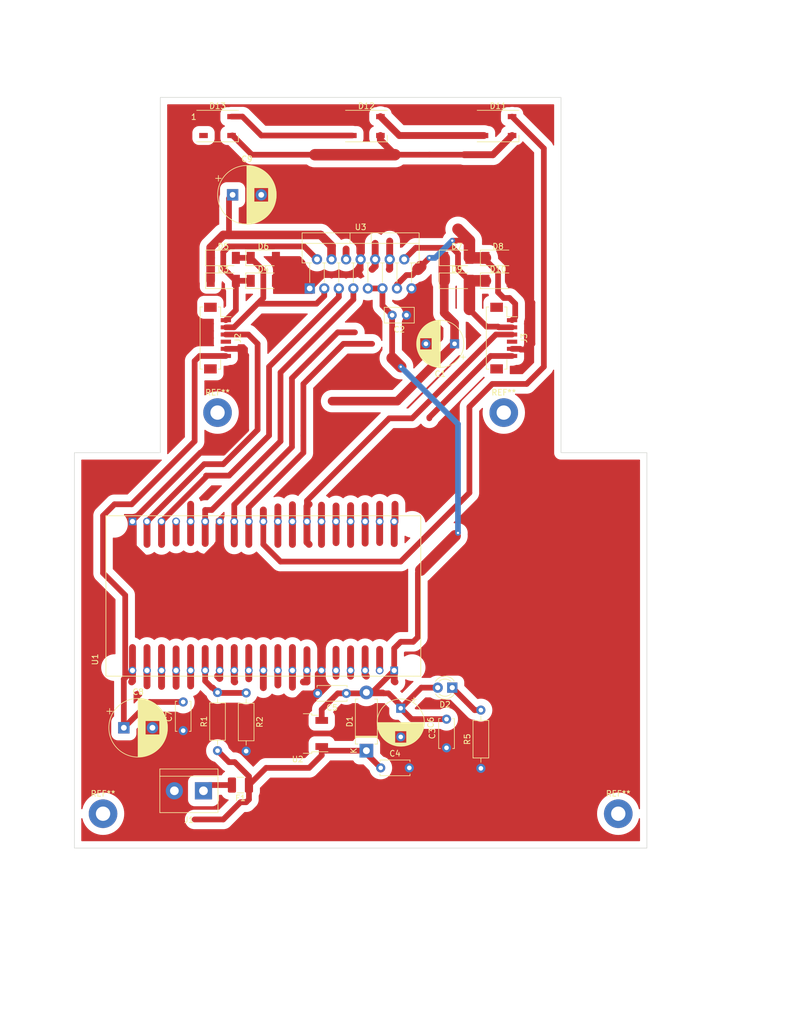
<source format=kicad_pcb>
(kicad_pcb (version 20211014) (generator pcbnew)
  (layers (0 "F.Cu" signal) (31 "B.Cu" signal) (34 "B.Paste" user) (35 "F.Paste" user) (36 "B.SilkS" user "B.Silkscreen") (37 "F.SilkS" user "F.Silkscreen") (38 "B.Mask" user) (39 "F.Mask" user) (44 "Edge.Cuts" user))
  (net 0 "")
  (net 1 "-BATT")
  (net 2 "Net-(D11-Pad2)")
  (net 3 "+5V")
  (net 4 "Net-(D12-Pad2)")
  (net 6 "unconnected-(U1-PadJ5_18)")
  (net 7 "unconnected-(U1-PadJ5_17)")
  (net 8 "unconnected-(U1-PadJ5_16)")
  (net 9 "unconnected-(U1-PadJ5_15)")
  (net 10 "unconnected-(U1-PadJ5_13)")
  (net 11 "unconnected-(U1-PadJ5_12)")
  (net 12 "unconnected-(U1-PadJ5_11)")
  (net 13 "unconnected-(U1-PadJ5_10)")
  (net 14 "unconnected-(U1-PadJ5_9)")
  (net 15 "unconnected-(U1-PadJ5_8)")
  (net 16 "unconnected-(U1-PadJ5_7)")
  (net 17 "unconnected-(U1-PadJ5_5)")
  (net 18 "unconnected-(U1-PadJ5_4)")
  (net 19 "unconnected-(U1-PadJ5_3)")
  (net 20 "unconnected-(U1-PadJ5_2)")
  (net 21 "unconnected-(U1-PadJ4_19)")
  (net 22 "unconnected-(U1-PadJ4_18)")
  (net 23 "unconnected-(U1-PadJ4_17)")
  (net 24 "unconnected-(U1-PadJ4_16)")
  (net 25 "unconnected-(U1-PadJ4_15)")
  (net 26 "unconnected-(U1-PadJ4_14)")
  (net 27 "unconnected-(U1-PadJ4_12)")
  (net 28 "unconnected-(U1-PadJ4_11)")
  (net 29 "unconnected-(U1-PadJ4_5)")
  (net 30 "unconnected-(U1-PadJ4_4)")
  (net 31 "+BATT")
  (net 32 "Net-(D2-Pad1)")
  (net 33 "/LED_OUT")
  (net 34 "Net-(F1-Pad2)")
  (net 35 "/ENCO_2")
  (net 37 "/ENCO_1")
  (net 39 "/BATT_VOLTAGE_DIVIDER")
  (net 40 "/motorController/M1_1")
  (net 41 "/motorController/M1_2")
  (net 42 "/motorController/M2_1")
  (net 43 "/motorController/M2_2")
  (net 44 "/PWM_M1_2")
  (net 45 "/PWM_M1_1")
  (net 46 "/PWM_M2_2")
  (net 47 "/PWM_M2_1")
  (net 48 "+3.3V")
  (footprint "footprints:MODULE_ESP32_NODEMCU" (layer "F.Cu") (at 75 119 90)
    (fp_text reference "U1" (at -11.075 -29.385 90) (layer "F.SilkS"))
    (fp_text value "ESP32_NODEMCU")
    (pad "" np_thru_hole circle locked (at 12.5 -26 90) (size 2.25 2.25) (drill 2.25) (layers *.Cu *.Mask))
    (pad "" np_thru_hole circle locked (at -12.5 -26 90) (size 2.25 2.25) (drill 2.25) (layers *.Cu *.Mask))
    (pad "" np_thru_hole circle locked (at 12.5 26 90) (size 2.25 2.25) (drill 2.25) (layers *.Cu *.Mask))
    (pad "" np_thru_hole circle locked (at -12.5 26 90) (size 2.25 2.25) (drill 2.25) (layers *.Cu *.Mask))
    (pad "J4_1" thru_hole rect locked (at 13 -22.86 90) (size 1.35 1.35) (drill 0.9) (layers *.Cu *.Mask) (net 1 "-BATT"))
    (pad "J4_2" thru_hole circle locked (at 13 -20.32 90) (size 1.35 1.35) (drill 0.9) (layers *.Cu *.Mask) (net 35 "/ENCO_2"))
    (pad "J4_3" thru_hole circle locked (at 13 -17.78 90) (size 1.35 1.35) (drill 0.9) (layers *.Cu *.Mask) (net 45 "/PWM_M1_1"))
    (pad "J4_4" thru_hole circle locked (at 13 -15.24 90) (size 1.35 1.35) (drill 0.9) (layers *.Cu *.Mask) (net 30 "unconnected-(U1-PadJ4_4)"))
    (pad "J4_5" thru_hole circle locked (at 13 -12.7 90) (size 1.35 1.35) (drill 0.9) (layers *.Cu *.Mask) (net 29 "unconnected-(U1-PadJ4_5)"))
    (pad "J4_6" thru_hole circle locked (at 13 -10.16 90) (size 1.35 1.35) (drill 0.9) (layers *.Cu *.Mask) (net 44 "/PWM_M1_2"))
    (pad "J4_7" thru_hole circle locked (at 13 -7.62 90) (size 1.35 1.35) (drill 0.9) (layers *.Cu *.Mask) (net 1 "-BATT"))
    (pad "J4_8" thru_hole circle locked (at 13 -5.08 90) (size 1.35 1.35) (drill 0.9) (layers *.Cu *.Mask) (net 47 "/PWM_M2_1"))
    (pad "J4_9" thru_hole circle locked (at 13 -2.54 90) (size 1.35 1.35) (drill 0.9) (layers *.Cu *.Mask) (net 46 "/PWM_M2_2"))
    (pad "J4_10" thru_hole circle locked (at 13 0 90) (size 1.35 1.35) (drill 0.9) (layers *.Cu *.Mask) (net 33 "/LED_OUT"))
    (pad "J4_11" thru_hole circle locked (at 13 2.54 90) (size 1.35 1.35) (drill 0.9) (layers *.Cu *.Mask) (net 28 "unconnected-(U1-PadJ4_11)"))
    (pad "J4_12" thru_hole circle locked (at 13 5.08 90) (size 1.35 1.35) (drill 0.9) (layers *.Cu *.Mask) (net 27 "unconnected-(U1-PadJ4_12)"))
    (pad "J4_13" thru_hole circle locked (at 13 7.62 90) (size 1.35 1.35) (drill 0.9) (layers *.Cu *.Mask) (net 37 "/ENCO_1"))
    (pad "J4_14" thru_hole circle locked (at 13 10.16 90) (size 1.35 1.35) (drill 0.9) (layers *.Cu *.Mask) (net 26 "unconnected-(U1-PadJ4_14)"))
    (pad "J4_15" thru_hole circle locked (at 13 12.7 90) (size 1.35 1.35) (drill 0.9) (layers *.Cu *.Mask) (net 25 "unconnected-(U1-PadJ4_15)"))
    (pad "J4_16" thru_hole circle locked (at 13 15.24 90) (size 1.35 1.35) (drill 0.9) (layers *.Cu *.Mask) (net 24 "unconnected-(U1-PadJ4_16)"))
    (pad "J4_17" thru_hole circle locked (at 13 17.78 90) (size 1.35 1.35) (drill 0.9) (layers *.Cu *.Mask) (net 23 "unconnected-(U1-PadJ4_17)"))
    (pad "J4_18" thru_hole circle locked (at 13 20.32 90) (size 1.35 1.35) (drill 0.9) (layers *.Cu *.Mask) (net 22 "unconnected-(U1-PadJ4_18)"))
    (pad "J4_19" thru_hole circle locked (at 13 22.86 90) (size 1.35 1.35) (drill 0.9) (layers *.Cu *.Mask) (net 21 "unconnected-(U1-PadJ4_19)"))
    (pad "J5_1" thru_hole rect locked (at -13 22.86 90) (size 1.35 1.35) (drill 0.9) (layers *.Cu *.Mask) (net 3 "+5V"))
    (pad "J5_2" thru_hole circle locked (at -13 20.32 90) (size 1.35 1.35) (drill 0.9) (layers *.Cu *.Mask) (net 20 "unconnected-(U1-PadJ5_2)"))
    (pad "J5_3" thru_hole circle locked (at -13 17.78 90) (size 1.35 1.35) (drill 0.9) (layers *.Cu *.Mask) (net 19 "unconnected-(U1-PadJ5_3)"))
    (pad "J5_4" thru_hole circle locked (at -13 15.24 90) (size 1.35 1.35) (drill 0.9) (layers *.Cu *.Mask) (net 18 "unconnected-(U1-PadJ5_4)"))
    (pad "J5_5" thru_hole circle locked (at -13 12.7 90) (size 1.35 1.35) (drill 0.9) (layers *.Cu *.Mask) (net 17 "unconnected-(U1-PadJ5_5)"))
    (pad "J5_6" thru_hole circle locked (at -13 10.16 90) (size 1.35 1.35) (drill 0.9) (layers *.Cu *.Mask) (net 1 "-BATT"))
    (pad "J5_7" thru_hole circle locked (at -13 7.62 90) (size 1.35 1.35) (drill 0.9) (layers *.Cu *.Mask) (net 16 "unconnected-(U1-PadJ5_7)"))
    (pad "J5_8" thru_hole circle locked (at -13 5.08 90) (size 1.35 1.35) (drill 0.9) (layers *.Cu *.Mask) (net 15 "unconnected-(U1-PadJ5_8)"))
    (pad "J5_9" thru_hole circle locked (at -13 2.54 90) (size 1.35 1.35) (drill 0.9) (layers *.Cu *.Mask) (net 14 "unconnected-(U1-PadJ5_9)"))
    (pad "J5_10" thru_hole circle locked (at -13 0 90) (size 1.35 1.35) (drill 0.9) (layers *.Cu *.Mask) (net 13 "unconnected-(U1-PadJ5_10)"))
    (pad "J5_11" thru_hole circle locked (at -13 -2.54 90) (size 1.35 1.35) (drill 0.9) (layers *.Cu *.Mask) (net 12 "unconnected-(U1-PadJ5_11)"))
    (pad "J5_12" thru_hole circle locked (at -13 -5.08 90) (size 1.35 1.35) (drill 0.9) (layers *.Cu *.Mask) (net 11 "unconnected-(U1-PadJ5_12)"))
    (pad "J5_13" thru_hole circle locked (at -13 -7.62 90) (size 1.35 1.35) (drill 0.9) (layers *.Cu *.Mask) (net 10 "unconnected-(U1-PadJ5_13)"))
    (pad "J5_14" thru_hole circle locked (at -13 -10.16 90) (size 1.35 1.35) (drill 0.9) (layers *.Cu *.Mask) (net 39 "/BATT_VOLTAGE_DIVIDER"))
    (pad "J5_15" thru_hole circle locked (at -13 -12.7 90) (size 1.35 1.35) (drill 0.9) (layers *.Cu *.Mask) (net 9 "unconnected-(U1-PadJ5_15)"))
    (pad "J5_16" thru_hole circle locked (at -13 -15.24 90) (size 1.35 1.35) (drill 0.9) (layers *.Cu *.Mask) (net 8 "unconnected-(U1-PadJ5_16)"))
    (pad "J5_17" thru_hole circle locked (at -13 -17.78 90) (size 1.35 1.35) (drill 0.9) (layers *.Cu *.Mask) (net 7 "unconnected-(U1-PadJ5_17)"))
    (pad "J5_18" thru_hole circle locked (at -13 -20.32 90) (size 1.35 1.35) (drill 0.9) (layers *.Cu *.Mask) (net 6 "unconnected-(U1-PadJ5_18)"))
    (pad "J5_19" thru_hole circle locked (at -13 -22.86 90) (size 1.35 1.35) (drill 0.9) (layers *.Cu *.Mask) (net 48 "+3.3V"))
  )
  (footprint "Diode_SMD:D_SOD-128" (layer "F.Cu") (at 68 60)
    (fp_text reference "D5" (at 0 -2) (layer "F.SilkS"))
    (fp_text value "D")
    (pad "1" smd rect (at -2.2 0) (size 1.4 2.1) (layers "F.Cu" "F.Paste" "F.Mask") (net 31 "+BATT"))
    (pad "2" smd rect (at 2.2 0) (size 1.4 2.1) (layers "F.Cu" "F.Paste" "F.Mask") (net 41 "/motorController/M1_2"))
  )
  (footprint "Capacitor_THT:C_Disc_D5.0mm_W2.5mm_P5.00mm" (layer "F.Cu") (at 89.5 136 180)
    (fp_text reference "C5" (at 2.5 -2.5) (layer "F.SilkS"))
    (fp_text value "C")
    (pad "1" thru_hole circle (at 0 0 180) (size 1.6 1.6) (drill 0.8) (layers *.Cu *.Mask) (net 3 "+5V"))
    (pad "2" thru_hole circle (at 5 0 180) (size 1.6 1.6) (drill 0.8) (layers *.Cu *.Mask) (net 1 "-BATT"))
  )
  (footprint "MountingHole:MountingHole_2.5mm_Pad" (layer "F.Cu") (at 47 157)
    (fp_text reference "REF**" (at 0 -3.5) (layer "F.SilkS"))
    (fp_text value "MountingHole_2.5mm_Pad")
    (pad "1" thru_hole circle (at 0 0) (size 5 5) (drill 2.5) (layers *.Cu *.Mask))
  )
  (footprint "Capacitor_THT:CP_Radial_D10.0mm_P5.00mm" (layer "F.Cu") (at 69.632323 49)
    (fp_text reference "C9" (at 2.5 -6.25) (layer "F.SilkS"))
    (fp_text value "C_Polarized")
    (pad "1" thru_hole rect (at 0 0) (size 2 2) (drill 1) (layers *.Cu *.Mask) (net 31 "+BATT"))
    (pad "2" thru_hole circle (at 5 0) (size 2 2) (drill 1) (layers *.Cu *.Mask) (net 1 "-BATT"))
  )
  (footprint "Diode_SMD:D_SOD-128" (layer "F.Cu") (at 108.8 64)
    (fp_text reference "D9" (at 0 -2) (layer "F.SilkS"))
    (fp_text value "D")
    (pad "1" smd rect (at -2.2 0) (size 1.4 2.1) (layers "F.Cu" "F.Paste" "F.Mask") (net 31 "+BATT"))
    (pad "2" smd rect (at 2.2 0) (size 1.4 2.1) (layers "F.Cu" "F.Paste" "F.Mask") (net 43 "/motorController/M2_2"))
  )
  (footprint "Diode_SMD:D_SOD-128" (layer "F.Cu") (at 108.8 60)
    (fp_text reference "D7" (at 0 -2) (layer "F.SilkS"))
    (fp_text value "D")
    (pad "1" smd rect (at -2.2 0) (size 1.4 2.1) (layers "F.Cu" "F.Paste" "F.Mask") (net 31 "+BATT"))
    (pad "2" smd rect (at 2.2 0) (size 1.4 2.1) (layers "F.Cu" "F.Paste" "F.Mask") (net 42 "/motorController/M2_1"))
  )
  (footprint "Capacitor_THT:C_Disc_D5.0mm_W2.5mm_P5.00mm" (layer "F.Cu") (at 95.5 149)
    (fp_text reference "C4" (at 2.5 -2.5) (layer "F.SilkS"))
    (fp_text value "C")
    (pad "1" thru_hole circle (at 0 0) (size 1.6 1.6) (drill 0.8) (layers *.Cu *.Mask) (net 31 "+BATT"))
    (pad "2" thru_hole circle (at 5 0) (size 1.6 1.6) (drill 0.8) (layers *.Cu *.Mask) (net 1 "-BATT"))
  )
  (footprint "Diode_SMD:D_SOD-128" (layer "F.Cu") (at 116 60)
    (fp_text reference "D8" (at 0 -2) (layer "F.SilkS"))
    (fp_text value "D")
    (pad "1" smd rect (at -2.2 0) (size 1.4 2.1) (layers "F.Cu" "F.Paste" "F.Mask") (net 42 "/motorController/M2_1"))
    (pad "2" smd rect (at 2.2 0) (size 1.4 2.1) (layers "F.Cu" "F.Paste" "F.Mask") (net 1 "-BATT"))
  )
  (footprint "MountingHole:MountingHole_2.5mm_Pad" (layer "F.Cu") (at 117 87)
    (fp_text reference "REF**" (at 0 -3.5) (layer "F.SilkS"))
    (fp_text value "MountingHole_2.5mm_Pad")
    (pad "1" thru_hole circle (at 0 0) (size 5 5) (drill 2.5) (layers *.Cu *.Mask))
  )
  (footprint "Resistor_THT:R_Axial_DIN0207_L6.3mm_D2.5mm_P10.16mm_Horizontal" (layer "F.Cu") (at 72 135.92 -90)
    (fp_text reference "R2" (at 5.08 -2.37 90) (layer "F.SilkS"))
    (fp_text value "R")
    (pad "1" thru_hole circle (at 0 0 270) (size 1.6 1.6) (drill 0.8) (layers *.Cu *.Mask) (net 39 "/BATT_VOLTAGE_DIVIDER"))
    (pad "2" thru_hole oval (at 10.16 0 270) (size 1.6 1.6) (drill 0.8) (layers *.Cu *.Mask) (net 1 "-BATT"))
  )
  (footprint "MountingHole:MountingHole_2.5mm_Pad" (layer "F.Cu") (at 137 157)
    (fp_text reference "REF**" (at 0 -3.5) (layer "F.SilkS"))
    (fp_text value "MountingHole_2.5mm_Pad")
    (pad "1" thru_hole circle (at 0 0) (size 5 5) (drill 2.5) (layers *.Cu *.Mask))
  )
  (footprint "MountingHole:MountingHole_2.5mm_Pad" (layer "F.Cu") (at 67 87)
    (fp_text reference "REF**" (at 0 -3.5) (layer "F.SilkS"))
    (fp_text value "MountingHole_2.5mm_Pad")
    (pad "1" thru_hole circle (at 0 0) (size 5 5) (drill 2.5) (layers *.Cu *.Mask))
  )
  (footprint "LED_SMD:LED_WS2812B_PLCC4_5.0x5.0mm_P3.2mm" (layer "F.Cu") (at 93 37)
    (fp_text reference "D12" (at 0 -3.5) (layer "F.SilkS"))
    (fp_text value "WS2812B")
    (pad "1" smd rect (at -2.45 -1.65) (size 1.5 0.9) (layers "F.Cu" "F.Paste" "F.Mask") (net 1 "-BATT"))
    (pad "2" smd rect (at -2.45 1.65) (size 1.5 0.9) (layers "F.Cu" "F.Paste" "F.Mask") (net 4 "Net-(D12-Pad2)"))
    (pad "3" smd rect (at 2.45 1.65) (size 1.5 0.9) (layers "F.Cu" "F.Paste" "F.Mask") (net 3 "+5V"))
    (pad "4" smd rect (at 2.45 -1.65) (size 1.5 0.9) (layers "F.Cu" "F.Paste" "F.Mask") (net 2 "Net-(D11-Pad2)"))
  )
  (footprint "LED_SMD:LED_WS2812B_PLCC4_5.0x5.0mm_P3.2mm" (layer "F.Cu") (at 67 37)
    (fp_text reference "D13" (at 0 -3.5) (layer "F.SilkS"))
    (fp_text value "WS2812B")
    (fp_text user "1" (at -4.15 -1.6) (layer "F.SilkS"))
    (pad "1" smd rect (at -2.45 -1.65) (size 1.5 0.9) (layers "F.Cu" "F.Paste" "F.Mask") (net 1 "-BATT"))
    (pad "2" smd rect (at -2.45 1.65) (size 1.5 0.9) (layers "F.Cu" "F.Paste" "F.Mask"))
    (pad "3" smd rect (at 2.45 1.65) (size 1.5 0.9) (layers "F.Cu" "F.Paste" "F.Mask") (net 3 "+5V"))
    (pad "4" smd rect (at 2.45 -1.65) (size 1.5 0.9) (layers "F.Cu" "F.Paste" "F.Mask") (net 4 "Net-(D12-Pad2)"))
  )
  (footprint "Capacitor_THT:CP_Radial_D8.0mm_P5.00mm" (layer "F.Cu") (at 108.402651 75 180)
    (fp_text reference "C1" (at 2.5 -5.25) (layer "F.SilkS"))
    (fp_text value "C_Polarized")
    (pad "1" thru_hole rect (at 0 0 180) (size 1.6 1.6) (drill 0.8) (layers *.Cu *.Mask) (net 31 "+BATT"))
    (pad "2" thru_hole circle (at 5 0 180) (size 1.6 1.6) (drill 0.8) (layers *.Cu *.Mask) (net 1 "-BATT"))
  )
  (footprint "Capacitor_THT:C_Disc_D5.0mm_W2.5mm_P2.50mm" (layer "F.Cu") (at 100 70 180)
    (fp_text reference "C2" (at 1.25 -2.5) (layer "F.SilkS"))
    (fp_text value "C")
    (pad "1" thru_hole circle (at 0 0 180) (size 1.6 1.6) (drill 0.8) (layers *.Cu *.Mask) (net 1 "-BATT"))
    (pad "2" thru_hole circle (at 2.5 0 180) (size 1.6 1.6) (drill 0.8) (layers *.Cu *.Mask) (net 3 "+5V"))
  )
  (footprint "Diode_SMD:D_SOD-128" (layer "F.Cu") (at 75 60)
    (fp_text reference "D6" (at 0 -2) (layer "F.SilkS"))
    (fp_text value "D")
    (pad "1" smd rect (at -2.2 0) (size 1.4 2.1) (layers "F.Cu" "F.Paste" "F.Mask") (net 41 "/motorController/M1_2"))
    (pad "2" smd rect (at 2.2 0) (size 1.4 2.1) (layers "F.Cu" "F.Paste" "F.Mask") (net 1 "-BATT"))
  )
  (footprint "LED_SMD:LED_WS2812B_PLCC4_5.0x5.0mm_P3.2mm" (layer "F.Cu") (at 116 37)
    (fp_text reference "D11" (at 0 -3.5) (layer "F.SilkS"))
    (fp_text value "WS2812B")
    (pad "1" smd rect (at -2.45 -1.65) (size 1.5 0.9) (layers "F.Cu" "F.Paste" "F.Mask") (net 1 "-BATT"))
    (pad "2" smd rect (at -2.45 1.65) (size 1.5 0.9) (layers "F.Cu" "F.Paste" "F.Mask") (net 2 "Net-(D11-Pad2)"))
    (pad "3" smd rect (at 2.45 1.65) (size 1.5 0.9) (layers "F.Cu" "F.Paste" "F.Mask") (net 3 "+5V"))
    (pad "4" smd rect (at 2.45 -1.65) (size 1.5 0.9) (layers "F.Cu" "F.Paste" "F.Mask") (net 33 "/LED_OUT"))
  )
  (footprint "Diode_SMD:D_SOD-128" (layer "F.Cu") (at 116 64)
    (fp_text reference "D10" (at 0 -2) (layer "F.SilkS"))
    (fp_text value "D")
    (pad "1" smd rect (at -2.2 0) (size 1.4 2.1) (layers "F.Cu" "F.Paste" "F.Mask") (net 43 "/motorController/M2_2"))
    (pad "2" smd rect (at 2.2 0) (size 1.4 2.1) (layers "F.Cu" "F.Paste" "F.Mask") (net 1 "-BATT"))
  )
  (footprint "Diode_SMD:D_SOD-128" (layer "F.Cu") (at 68 64)
    (fp_text reference "D3" (at 0 -2) (layer "F.SilkS"))
    (fp_text value "D")
    (pad "1" smd rect (at -2.2 0) (size 1.4 2.1) (layers "F.Cu" "F.Paste" "F.Mask") (net 31 "+BATT"))
    (pad "2" smd rect (at 2.2 0) (size 1.4 2.1) (layers "F.Cu" "F.Paste" "F.Mask") (net 40 "/motorController/M1_1"))
  )
  (footprint "Capacitor_THT:CP_Radial_D8.0mm_P5.00mm" (layer "F.Cu") (at 99 138.597349 -90)
    (fp_text reference "C6" (at 2.5 -5.25 90) (layer "F.SilkS"))
    (fp_text value "C_Polarized")
    (pad "1" thru_hole rect (at 0 0 270) (size 1.6 1.6) (drill 0.8) (layers *.Cu *.Mask) (net 3 "+5V"))
    (pad "2" thru_hole circle (at 5 0 270) (size 1.6 1.6) (drill 0.8) (layers *.Cu *.Mask) (net 1 "-BATT"))
  )
  (footprint "Connector_Hirose:Hirose_DF13C_CL535-0406-3-51_1x06-1MP_P1.25mm_Vertical" (layer "F.Cu") (at 67 74 -90)
    (fp_text reference "J2" (at 0 -3.55 90) (layer "F.SilkS"))
    (fp_text value "Conn_01x06_Male")
    (pad "1" smd rect (at -3.125 -1.45 270) (size 0.7 1.8) (layers "F.Cu" "F.Paste" "F.Mask") (net 40 "/motorController/M1_1"))
    (pad "2" smd rect (at -1.875 -1.45 270) (size 0.7 1.8) (layers "F.Cu" "F.Paste" "F.Mask") (net 41 "/motorController/M1_2"))
    (pad "3" smd rect (at -0.625 -1.45 270) (size 0.7 1.8) (layers "F.Cu" "F.Paste" "F.Mask") (net 35 "/ENCO_2"))
    (pad "4" smd rect (at 0.625 -1.45 270) (size 0.7 1.8) (layers "F.Cu" "F.Paste" "F.Mask"))
    (pad "5" smd rect (at 1.875 -1.45 270) (size 0.7 1.8) (layers "F.Cu" "F.Paste" "F.Mask") (net 1 "-BATT"))
    (pad "6" smd rect (at 3.125 -1.45 270) (size 0.7 1.8) (layers "F.Cu" "F.Paste" "F.Mask") (net 48 "+3.3V"))
    (pad "MP" smd rect (at -5.375 1.25 270) (size 1.6 2.2) (layers "F.Cu" "F.Paste" "F.Mask"))
    (pad "MP" smd rect (at 5.375 1.25 270) (size 1.6 2.2) (layers "F.Cu" "F.Paste" "F.Mask"))
  )
  (footprint "Diode_SMD:D_SOD-128" (layer "F.Cu") (at 75 64)
    (fp_text reference "D4" (at 0 -2) (layer "F.SilkS"))
    (fp_text value "D")
    (pad "1" smd rect (at -2.2 0) (size 1.4 2.1) (layers "F.Cu" "F.Paste" "F.Mask") (net 40 "/motorController/M1_1"))
    (pad "2" smd rect (at 2.2 0) (size 1.4 2.1) (layers "F.Cu" "F.Paste" "F.Mask") (net 1 "-BATT"))
  )
  (footprint "Resistor_THT:R_Axial_DIN0207_L6.3mm_D2.5mm_P10.16mm_Horizontal" (layer "F.Cu") (at 113 149.08 90)
    (fp_text reference "R5" (at 5.08 -2.37 90) (layer "F.SilkS"))
    (fp_text value "R")
    (pad "1" thru_hole circle (at 0 0 90) (size 1.6 1.6) (drill 0.8) (layers *.Cu *.Mask) (net 1 "-BATT"))
    (pad "2" thru_hole oval (at 10.16 0 90) (size 1.6 1.6) (drill 0.8) (layers *.Cu *.Mask) (net 32 "Net-(D2-Pad1)"))
  )
  (footprint "Capacitor_THT:CP_Radial_D10.0mm_P5.00mm" (layer "F.Cu") (at 50.632323 142)
    (fp_text reference "C8" (at 2.5 -6.25) (layer "F.SilkS"))
    (fp_text value "C_Polarized")
    (pad "1" thru_hole rect (at 0 0) (size 2 2) (drill 1) (layers *.Cu *.Mask) (net 48 "+3.3V"))
    (pad "2" thru_hole circle (at 5 0) (size 2 2) (drill 1) (layers *.Cu *.Mask) (net 1 "-BATT"))
  )
  (footprint "Package_TO_SOT_SMD:TO-252-2" (layer "F.Cu") (at 81 143 180)
    (fp_text reference "U2" (at 0 -4.5) (layer "F.SilkS"))
    (fp_text value "L7805")
    (pad "1" smd rect (at -4.2 -2.28 180) (size 2.2 1.2) (layers "F.Cu" "F.Paste" "F.Mask") (net 31 "+BATT"))
    (pad "2" smd rect (at 2.1 0 180) (size 6.4 5.8) (layers "F.Cu" "F.Mask") (net 1 "-BATT"))
    (pad "3" smd rect (at -4.2 2.28 180) (size 2.2 1.2) (layers "F.Cu" "F.Paste" "F.Mask") (net 3 "+5V"))
  )
  (footprint "Capacitor_THT:C_Disc_D5.0mm_W2.5mm_P5.00mm" (layer "F.Cu") (at 107 145.5 90)
    (fp_text reference "C3" (at 2.5 -2.5 90) (layer "F.SilkS"))
    (fp_text value "C")
    (pad "1" thru_hole circle (at 0 0 90) (size 1.6 1.6) (drill 0.8) (layers *.Cu *.Mask) (net 1 "-BATT"))
    (pad "2" thru_hole circle (at 5 0 90) (size 1.6 1.6) (drill 0.8) (layers *.Cu *.Mask) (net 3 "+5V"))
  )
  (footprint "Fuse:Fuse_1210_3225Metric_Pad1.42x2.65mm_HandSolder" (layer "F.Cu") (at 71 152 180)
    (fp_text reference "F1" (at 0 -2.28) (layer "F.SilkS"))
    (fp_text value "Fuse")
    (pad "1" smd roundrect (at -1.4875 0 180) (size 1.425 2.65) (layers "F.Cu" "F.Paste" "F.Mask") (roundrect_rratio 0.1754392982) (net 31 "+BATT"))
    (pad "2" smd roundrect (at 1.4875 0 180) (size 1.425 2.65) (layers "F.Cu" "F.Paste" "F.Mask") (roundrect_rratio 0.1754392982) (net 34 "Net-(F1-Pad2)"))
  )
  (footprint "Package_TO_SOT_THT:TO-220-15_P2.54x2.54mm_StaggerOdd_Lead4.58mm_Vertical" (layer "F.Cu") (at 83.105 65.335)
    (fp_text reference "U3" (at 8.89 -10.7) (layer "F.SilkS"))
    (fp_text value "L298N")
    (pad "1" thru_hole rect (at 0 0) (size 1.8 1.8) (drill 1) (layers *.Cu *.Mask) (net 1 "-BATT"))
    (pad "2" thru_hole oval (at 1.27 -5.08) (size 1.8 1.8) (drill 1) (layers *.Cu *.Mask) (net 40 "/motorController/M1_1"))
    (pad "3" thru_hole oval (at 2.54 0) (size 1.8 1.8) (drill 1) (layers *.Cu *.Mask) (net 41 "/motorController/M1_2"))
    (pad "4" thru_hole oval (at 3.81 -5.08) (size 1.8 1.8) (drill 1) (layers *.Cu *.Mask) (net 31 "+BATT"))
    (pad "5" thru_hole oval (at 5.08 0) (size 1.8 1.8) (drill 1) (layers *.Cu *.Mask) (net 45 "/PWM_M1_1"))
    (pad "6" thru_hole oval (at 6.35 -5.08) (size 1.8 1.8) (drill 1) (layers *.Cu *.Mask) (net 3 "+5V"))
    (pad "7" thru_hole oval (at 7.62 0) (size 1.8 1.8) (drill 1) (layers *.Cu *.Mask) (net 44 "/PWM_M1_2"))
    (pad "8" thru_hole oval (at 8.89 -5.08) (size 1.8 1.8) (drill 1) (layers *.Cu *.Mask) (net 1 "-BATT"))
    (pad "9" thru_hole oval (at 10.16 0) (size 1.8 1.8) (drill 1) (layers *.Cu *.Mask) (net 3 "+5V"))
    (pad "10" thru_hole oval (at 11.43 -5.08) (size 1.8 1.8) (drill 1) (layers *.Cu *.Mask) (net 47 "/PWM_M2_1"))
    (pad "11" thru_hole oval (at 12.7 0) (size 1.8 1.8) (drill 1) (layers *.Cu *.Mask) (net 3 "+5V"))
    (pad "12" thru_hole oval (at 13.97 -5.08) (size 1.8 1.8) (drill 1) (layers *.Cu *.Mask) (net 46 "/PWM_M2_2"))
    (pad "13" thru_hole oval (at 15.24 0) (size 1.8 1.8) (drill 1) (layers *.Cu *.Mask) (net 42 "/motorController/M2_1"))
    (pad "14" thru_hole oval (at 16.51 -5.08) (size 1.8 1.8) (drill 1) (layers *.Cu *.Mask) (net 43 "/motorController/M2_2"))
    (pad "15" thru_hole oval (at 17.78 0) (size 1.8 1.8) (drill 1) (layers *.Cu *.Mask) (net 1 "-BATT"))
  )
  (footprint "TerminalBlock:TerminalBlock_bornier-2_P5.08mm" (layer "F.Cu") (at 64.54 153 180)
    (fp_text reference "J1" (at 2.54 -5.08) (layer "F.SilkS"))
    (fp_text value "Conn_01x02_Female")
    (pad "1" thru_hole rect (at 0 0 180) (size 3 3) (drill 1.52) (layers *.Cu *.Mask) (net 34 "Net-(F1-Pad2)"))
    (pad "2" thru_hole circle (at 5.08 0 180) (size 3 3) (drill 1.52) (layers *.Cu *.Mask) (net 1 "-BATT"))
  )
  (footprint "Diode_THT:D_DO-15_P10.16mm_Horizontal" (layer "F.Cu") (at 93 146 90)
    (fp_text reference "D1" (at 5.08 -2.92 90) (layer "F.SilkS"))
    (fp_text value "D")
    (fp_text user "K" (at 0 -2.2 90) (layer "F.SilkS"))
    (pad "1" thru_hole rect (at 0 0 90) (size 2.4 2.4) (drill 1.2) (layers *.Cu *.Mask) (net 31 "+BATT"))
    (pad "2" thru_hole oval (at 10.16 0 90) (size 2.4 2.4) (drill 1.2) (layers *.Cu *.Mask) (net 3 "+5V"))
  )
  (footprint "Capacitor_THT:C_Disc_D5.0mm_W2.5mm_P5.00mm" (layer "F.Cu") (at 61 142.5 90)
    (fp_text reference "C7" (at 2.5 -2.5 90) (layer "F.SilkS"))
    (fp_text value "C")
    (pad "1" thru_hole circle (at 0 0 90) (size 1.6 1.6) (drill 0.8) (layers *.Cu *.Mask) (net 1 "-BATT"))
    (pad "2" thru_hole circle (at 5 0 90) (size 1.6 1.6) (drill 0.8) (layers *.Cu *.Mask) (net 48 "+3.3V"))
  )
  (footprint "Resistor_THT:R_Axial_DIN0207_L6.3mm_D2.5mm_P10.16mm_Horizontal" (layer "F.Cu") (at 67 146 90)
    (fp_text reference "R1" (at 5.08 -2.37 90) (layer "F.SilkS"))
    (fp_text value "R")
    (pad "1" thru_hole circle (at 0 0 90) (size 1.6 1.6) (drill 0.8) (layers *.Cu *.Mask) (net 31 "+BATT"))
    (pad "2" thru_hole oval (at 10.16 0 90) (size 1.6 1.6) (drill 0.8) (layers *.Cu *.Mask) (net 39 "/BATT_VOLTAGE_DIVIDER"))
  )
  (footprint "Connector_Hirose:Hirose_DF13C_CL535-0406-3-51_1x06-1MP_P1.25mm_Vertical" (layer "F.Cu") (at 117 74 -90)
    (fp_text reference "J3" (at 0 -3.55 90) (layer "F.SilkS"))
    (fp_text value "Conn_01x06_Male")
    (pad "1" smd rect (at -3.125 -1.45 270) (size 0.7 1.8) (layers "F.Cu" "F.Paste" "F.Mask") (net 42 "/motorController/M2_1"))
    (pad "2" smd rect (at -1.875 -1.45 270) (size 0.7 1.8) (layers "F.Cu" "F.Paste" "F.Mask") (net 43 "/motorController/M2_2"))
    (pad "3" smd rect (at -0.625 -1.45 270) (size 0.7 1.8) (layers "F.Cu" "F.Paste" "F.Mask") (net 37 "/ENCO_1"))
    (pad "4" smd rect (at 0.625 -1.45 270) (size 0.7 1.8) (layers "F.Cu" "F.Paste" "F.Mask"))
    (pad "5" smd rect (at 1.875 -1.45 270) (size 0.7 1.8) (layers "F.Cu" "F.Paste" "F.Mask") (net 1 "-BATT"))
    (pad "6" smd rect (at 3.125 -1.45 270) (size 0.7 1.8) (layers "F.Cu" "F.Paste" "F.Mask") (net 48 "+3.3V"))
    (pad "MP" smd rect (at -5.375 1.25 270) (size 1.6 2.2) (layers "F.Cu" "F.Paste" "F.Mask"))
    (pad "MP" smd rect (at 5.375 1.25 270) (size 1.6 2.2) (layers "F.Cu" "F.Paste" "F.Mask"))
  )
  (footprint "LED_THT:LED_D3.0mm" (layer "F.Cu") (at 108 135 180)
    (fp_text reference "D2" (at 1.27 -2.96) (layer "F.SilkS"))
    (fp_text value "LED")
    (pad "1" thru_hole rect (at 0 0 180) (size 1.8 1.8) (drill 0.9) (layers *.Cu *.Mask) (net 32 "Net-(D2-Pad1)"))
    (pad "2" thru_hole circle (at 2.54 0 180) (size 1.8 1.8) (drill 0.9) (layers *.Cu *.Mask) (net 3 "+5V"))
  )
  (gr_poly (pts (xy 127 94) (xy 142 94) (xy 142 163) (xy 42 163) (xy 42 94) (xy 57 94) (xy 57 32) (xy 127 32)) (layer "Edge.Cuts") (width 0.1) (fill none))
  (segment (start 100 70) (end 100 71.597349) (width 1) (layer "F.Cu") (net 1))
  (segment (start 59.46 153) (end 59.46 146.54) (width 1) (layer "F.Cu") (net 1))
  (segment (start 67.38 109.62) (end 67 110) (width 1.2) (layer "F.Cu") (net 1))
  (segment (start 91 63) (end 85.44 63) (width 1) (layer "F.Cu") (net 1))
  (segment (start 100.5 149) (end 100.5 145.097349) (width 1) (layer "F.Cu") (net 1))
  (segment (start 52.14 106) (end 52.14 105.86) (width 1) (layer "F.Cu") (net 1))
  (segment (start 84.5 136) (end 82 136) (width 1) (layer "F.Cu") (net 1))
  (segment (start 67.38 106) (end 67.38 109.62) (width 1.2) (layer "F.Cu") (net 1))
  (segment (start 52.14 106) (end 52 106.14) (width 1) (layer "F.Cu") (net 1))
  (segment (start 75.632323 51.632323) (end 77 53) (width 1) (layer "F.Cu") (net 1))
  (segment (start 100.5 145.097349) (end 99 143.597349) (width 1) (layer "F.Cu") (net 1))
  (segment (start 91.995 61.995) (end 92 62) (width 1) (layer "F.Cu") (net 1))
  (segment (start 52.14 105.86) (end 64 94) (width 1) (layer "F.Cu") (net 1))
  (segment (start 77.2 60) (end 77.2 64) (width 1) (layer "F.Cu") (net 1))
  (segment (start 72 146.08) (end 72 144) (width 1) (layer "F.Cu") (net 1))
  (segment (start 87 53) (end 91.995 57.995) (width 1) (layer "F.Cu") (net 1))
  (segment (start 119.85 75.875) (end 119.975 76) (width 1) (layer "F.Cu") (net 1))
  (segment (start 113 149.08) (end 109 149.08) (width 1) (layer "F.Cu") (net 1))
  (segment (start 91.995 60.255) (end 91.995 61.995) (width 1) (layer "F.Cu") (net 1))
  (segment (start 100 71.597349) (end 103.402651 75) (width 1) (layer "F.Cu") (net 1))
  (segment (start 92 62) (end 91 63) (width 1) (layer "F.Cu") (net 1))
  (segment (start 59.46 146.54) (end 61 145) (width 1) (layer "F.Cu") (net 1))
  (segment (start 57 115) (end 61 115) (width 1) (layer "F.Cu") (net 1))
  (segment (start 85.16 126.16) (end 85.16 132) (width 1) (layer "F.Cu") (net 1))
  (segment (start 112.92 149) (end 113 149.08) (width 1) (layer "F.Cu") (net 1))
  (segment (start 122 67.8) (end 118.2 64) (width 1) (layer "F.Cu") (net 1))
  (segment (start 71 125) (end 84 125) (width 1) (layer "F.Cu") (net 1))
  (segment (start 61 115) (end 71 125) (width 1) (layer "F.Cu") (net 1))
  (segment (start 72 77) (end 70.875 75.875) (width 1) (layer "F.Cu") (net 1))
  (segment (start 67.38 109.62) (end 62 115) (width 1) (layer "F.Cu") (net 1))
  (segment (start 84 125) (end 85.16 126.16) (width 1) (layer "F.Cu") (net 1))
  (segment (start 55.632323 142) (end 60.5 142) (width 1) (layer "F.Cu") (net 1))
  (segment (start 70.875 75.875) (end 68.45 75.875) (width 1) (layer "F.Cu") (net 1))
  (segment (start 122 75) (end 122 67.8) (width 1) (layer "F.Cu") (net 1))
  (segment (start 85.44 63) (end 83.105 65.335) (width 1) (layer "F.Cu") (net 1))
  (segment (start 83.105 65.335) (end 78.535 65.335) (width 1) (layer "F.Cu") (net 1))
  (segment (start 52 106.14) (end 52 110) (width 1) (layer "F.Cu") (net 1))
  (segment (start 100.5 149) (end 112.92 149) (width 1) (layer "F.Cu") (net 1))
  (segment (start 107 145.5) (end 104 145.5) (width 1) (layer "F.Cu") (net 1))
  (segment (start 100.885 65.335) (end 100.885 69.115) (width 1) (layer "F.Cu") (net 1))
  (segment (start 118.45 75.875) (end 119.85 75.875) (width 1) (layer "F.Cu") (net 1))
  (segment (start 72 144) (end 70.5 142.5) (width 1) (layer "F.Cu") (net 1))
  (segment (start 99 143.597349) (end 98.402651 143) (width 1) (layer "F.Cu") (net 1))
  (segment (start 60.5 142) (end 61 142.5) (width 1) (layer "F.Cu") (net 1))
  (segment (start 85.16 132) (end 84.5 132.66) (width 1) (layer "F.Cu") (net 1))
  (segment (start 68 94) (end 72 90) (width 1) (layer "F.Cu") (net 1))
  (segment (start 75.632323 49) (end 75.632323 51.632323) (width 1) (layer "F.Cu") (net 1))
  (segment (start 118.2 60) (end 118.2 64) (width 2) (layer "F.Cu") (net 1))
  (segment (start 82 136) (end 78.9 139.1) (width 1) (layer "F.Cu") (net 1))
  (segment (start 72 90) (end 72 77) (width 1) (layer "F.Cu") (net 1))
  (segment (start 119.975 76) (end 121 76) (width 1) (layer "F.Cu") (net 1))
  (segment (start 75.82 146.08) (end 78.9 143) (width 1) (layer "F.Cu") (net 1))
  (segment (start 78.535 65.335) (end 77.2 64) (width 1) (layer "F.Cu") (net 1))
  (segment (start 62 115) (end 61 115) (width 1) (layer "F.Cu") (net 1))
  (segment (start 98.402651 143) (end 78.9 143) (width 1) (layer "F.Cu") (net 1))
  (segment (start 64 94) (end 68 94) (width 1) (layer "F.Cu") (net 1))
  (segment (start 91.995 57.995) (end 91.995 60.255) (width 1) (layer "F.Cu") (net 1))
  (segment (start 61 145) (end 61 142.5) (width 1) (layer "F.Cu") (net 1))
  (segment (start 104 145.5) (end 100.5 149) (width 1) (layer "F.Cu") (net 1))
  (segment (start 78.9 139.1) (end 78.9 143) (width 1) (layer "F.Cu") (net 1))
  (segment (start 100.885 69.115) (end 100 70) (width 1) (layer "F.Cu") (net 1))
  (segment (start 77 53) (end 87 53) (width 1) (layer "F.Cu") (net 1))
  (segment (start 52 110) (end 57 115) (width 1) (layer "F.Cu") (net 1))
  (segment (start 121 76) (end 122 75) (width 1) (layer "F.Cu") (net 1))
  (segment (start 84.5 132.66) (end 84.5 136) (width 1) (layer "F.Cu") (net 1))
  (segment (start 75 48.367677) (end 75.632323 49) (width 1) (layer "F.Cu") (net 1))
  (segment (start 70.5 142.5) (end 61 142.5) (width 1) (layer "F.Cu") (net 1))
  (segment (start 72 146.08) (end 75.82 146.08) (width 1) (layer "F.Cu") (net 1))
  (segment (start 98.75 38.65) (end 95.45 35.35) (width 1.2) (layer "F.Cu") (net 2))
  (segment (start 113.55 38.65) (end 98.75 38.65) (width 1.2) (layer "F.Cu") (net 2))
  (segment (start 102 115) (end 102.5 114.5) (width 1) (layer "F.Cu") (net 3))
  (segment (start 97.86 132) (end 97.86 133.86) (width 1.2) (layer "F.Cu") (net 3))
  (segment (start 98 42) (end 104 42) (width 1) (layer "F.Cu") (net 3))
  (segment (start 95.805 65.335) (end 95.805 68.305) (width 1) (layer "F.Cu") (net 3))
  (segment (start 100.902651 140.5) (end 99 138.597349) (width 1) (layer "F.Cu") (net 3))
  (segment (start 99 138.597349) (end 99 138.14) (width 1) (layer "F.Cu") (net 3))
  (segment (start 102.597349 135) (end 99 138.597349) (width 1) (layer "F.Cu") (net 3))
  (segment (start 107 140.5) (end 100.902651 140.5) (width 1) (layer "F.Cu") (net 3))
  (segment (start 97.86 132) (end 97.86 128.14) (width 1) (layer "F.Cu") (net 3))
  (segment (start 69.65 38.65) (end 73 42) (width 1) (layer "F.Cu") (net 3))
  (segment (start 105.46 135) (end 102.597349 135) (width 1) (layer "F.Cu") (net 3))
  (segment (start 89.5 136) (end 88 136) (width 1) (layer "F.Cu") (net 3))
  (segment (start 88 136) (end 85.2 138.8) (width 1) (layer "F.Cu") (net 3))
  (segment (start 115.1 42) (end 118.45 38.65) (width 1.2) (layer "F.Cu") (net 3))
  (segment (start 97.86 128.14) (end 99 127) (width 1) (layer "F.Cu") (net 3))
  (segment (start 95.805 68.305) (end 97.5 70) (width 1) (layer "F.Cu") (net 3))
  (segment (start 85.2 138.8) (end 85.2 140.72) (width 1) (layer "F.Cu") (net 3))
  (segment (start 102.5 114.5) (end 108.5 108.5) (width 2) (layer "F.Cu") (net 3))
  (segment (start 89.5 136) (end 96 136) (width 1) (layer "F.Cu") (net 3))
  (segment (start 95.45 39.45) (end 98 42) (width 1.2) (layer "F.Cu") (net 3))
  (segment (start 99 79) (end 97.5 77.5) (width 2) (layer "F.Cu") (net 3))
  (segment (start 95.45 38.65) (end 95.45 39.45) (width 1.2) (layer "F.Cu") (net 3))
  (segment (start 93.86 136) (end 97.86 132) (width 1) (layer "F.Cu") (net 3))
  (segment (start 84 42) (end 98 42) (width 2) (layer "F.Cu") (net 3))
  (segment (start 96 136) (end 96.86 136) (width 1) (layer "F.Cu") (net 3))
  (segment (start 95.84 135.84) (end 96 136) (width 1) (layer "F.Cu") (net 3))
  (segment (start 97.5 77.5) (end 97.5 70) (width 1) (layer "F.Cu") (net 3))
  (segment (start 97.86 133.86) (end 98 134) (width 1.2) (layer "F.Cu") (net 3))
  (segment (start 93.265 65.335) (end 95.805 65.335) (width 1) (layer "F.Cu") (net 3))
  (segment (start 104 42) (end 110.1 42) (width 1) (layer "F.Cu") (net 3))
  (segment (start 108.5 108.5) (end 109 108) (width 1) (layer "F.Cu") (net 3))
  (segment (start 89.455 60.255) (end 89.455 58.455) (width 1.2) (layer "F.Cu") (net 3))
  (segment (start 69.45 38.65) (end 69.65 38.65) (width 1) (layer "F.Cu") (net 3))
  (segment (start 102 126.185) (end 102 115) (width 1) (layer "F.Cu") (net 3))
  (segment (start 73 42) (end 84 42) (width 1) (layer "F.Cu") (net 3))
  (segment (start 99 127) (end 101.185 127) (width 1) (layer "F.Cu") (net 3))
  (segment (start 99 138.14) (end 96.86 136) (width 1) (layer "F.Cu") (net 3))
  (segment (start 93 135.84) (end 95.84 135.84) (width 1) (layer "F.Cu") (net 3))
  (segment (start 110.1 42) (end 115.1 42) (width 1.2) (layer "F.Cu") (net 3))
  (segment (start 101.185 127) (end 102 126.185) (width 1) (layer "F.Cu") (net 3))
  (via (at 99 79) (size 0.8) (drill 0.4) (layers "F.Cu" "B.Cu") (net 3))
  (via (at 109 108) (size 0.8) (drill 0.4) (layers "F.Cu" "B.Cu") (net 3))
  (segment (start 109 108) (end 109 89) (width 1) (layer "B.Cu") (net 3))
  (segment (start 109 89) (end 99 79) (width 1) (layer "B.Cu") (net 3))
  (segment (start 74.65 38.65) (end 71.35 35.35) (width 1) (layer "F.Cu") (net 4))
  (segment (start 90.55 38.65) (end 74.65 38.65) (width 1) (layer "F.Cu") (net 4))
  (segment (start 71.35 35.35) (end 69.45 35.35) (width 1) (layer "F.Cu") (net 4))
  (segment (start 54.68 132) (end 54.68 134.68) (width 1.2) (layer "F.Cu") (net 6))
  (segment (start 54.68 132) (end 54.68 128) (width 1.2) (layer "F.Cu") (net 6))
  (segment (start 57.22 132) (end 57.22 128) (width 1.2) (layer "F.Cu") (net 7))
  (segment (start 57.22 132) (end 57.22 134.78) (width 1.2) (layer "F.Cu") (net 7))
  (segment (start 59.76 132) (end 59.76 134.76) (width 1.2) (layer "F.Cu") (net 8))
  (segment (start 59.76 132) (end 59.76 128.24) (width 1.2) (layer "F.Cu") (net 8))
  (segment (start 62.3 132) (end 62.3 128) (width 1.2) (layer "F.Cu") (net 9))
  (segment (start 62.3 132) (end 62.3 134.7) (width 1.2) (layer "F.Cu") (net 9))
  (segment (start 67.38 132) (end 67.38 133.38) (width 1.2) (layer "F.Cu") (net 10))
  (segment (start 67.38 133.38) (end 67 133) (width 1.2) (layer "F.Cu") (net 10))
  (segment (start 67.38 132) (end 67.38 128) (width 1.2) (layer "F.Cu") (net 10))
  (segment (start 69.92 133.92) (end 70 134) (width 1.2) (layer "F.Cu") (net 11))
  (segment (start 69.92 132) (end 69.92 128) (width 1.2) (layer "F.Cu") (net 11))
  (segment (start 69.92 132) (end 69.92 133.92) (width 1.2) (layer "F.Cu") (net 11))
  (segment (start 72.46 132) (end 72.46 133.46) (width 1.2) (layer "F.Cu") (net 12))
  (segment (start 72.46 132) (end 72.46 128) (width 1.2) (layer "F.Cu") (net 12))
  (segment (start 75 132) (end 75 128) (width 1.2) (layer "F.Cu") (net 13))
  (segment (start 75 132) (end 75 135) (width 1.2) (layer "F.Cu") (net 13))
  (segment (start 77.54 132) (end 77.54 134.54) (width 1.2) (layer "F.Cu") (net 14))
  (segment (start 77.54 132) (end 77.54 128) (width 1.2) (layer "F.Cu") (net 14))
  (segment (start 80.08 132) (end 80.08 134.92) (width 1.2) (layer "F.Cu") (net 15))
  (segment (start 80.08 132) (end 80.08 128) (width 1.2) (layer "F.Cu") (net 15))
  (segment (start 82.62 132) (end 82.62 128.38) (width 1.2) (layer "F.Cu") (net 16))
  (segment (start 82.62 132) (end 82.62 134) (width 1.2) (layer "F.Cu") (net 16))
  (segment (start 82.62 134) (end 82 134) (width 1.2) (layer "F.Cu") (net 16))
  (segment (start 87.7 132) (end 87.7 133) (width 1.2) (layer "F.Cu") (net 17))
  (segment (start 87.7 132) (end 87.7 128.3) (width 1.2) (layer "F.Cu") (net 17))
  (segment (start 90.24 132) (end 90.24 133) (width 1.2) (layer "F.Cu") (net 18))
  (segment (start 90.24 132) (end 90.24 128.24) (width 1.2) (layer "F.Cu") (net 18))
  (segment (start 92.78 132) (end 92.78 132.78) (width 1.2) (layer "F.Cu") (net 19))
  (segment (start 92.78 132) (end 92.78 128.22) (width 1.2) (layer "F.Cu") (net 19))
  (segment (start 92.78 132.78) (end 93 133) (width 1.2) (layer "F.Cu") (net 19))
  (segment (start 95.32 132) (end 95.32 128.32) (width 1.2) (layer "F.Cu") (net 20))
  (segment (start 97.86 106) (end 97.86 109.86) (width 1.2) (layer "F.Cu") (net 21))
  (segment (start 98 106) (end 98 103) (width 1.2) (layer "F.Cu") (net 21))
  (segment (start 97.86 106) (end 98 106) (width 1.2) (layer "F.Cu") (net 21))
  (segment (start 95.32 106) (end 95.32 109.68) (width 1.2) (layer "F.Cu") (net 22))
  (segment (start 95.32 106) (end 95.32 103) (width 1.2) (layer "F.Cu") (net 22))
  (segment (start 92.78 106) (end 92.78 109.78) (width 1.2) (layer "F.Cu") (net 23))
  (segment (start 92.78 106) (end 92.78 103.22) (width 1.2) (layer "F.Cu") (net 23))
  (segment (start 90.24 106) (end 90.24 103.24) (width 1.2) (layer "F.Cu") (net 24))
  (segment (start 90.24 106) (end 90.24 110) (width 1.2) (layer "F.Cu") (net 24))
  (segment (start 87.7 106) (end 87.7 103.3) (width 1.2) (layer "F.Cu") (net 25))
  (segment (start 87.7 106) (end 87.7 109.7) (width 1.2) (layer "F.Cu") (net 25))
  (segment (start 85.16 106) (end 85.16 103.16) (width 1.2) (layer "F.Cu") (net 26))
  (segment (start 85.16 106) (end 85.16 110) (width 1.2) (layer "F.Cu") (net 26))
  (segment (start 80.08 106) (end 80.08 110) (width 1.2) (layer "F.Cu") (net 27))
  (segment (start 80.08 106) (end 80.08 103.08) (width 1.2) (layer "F.Cu") (net 27))
  (segment (start 77.54 106) (end 77.54 103.46) (width 1.2) (layer "F.Cu") (net 28))
  (segment (start 77.54 106) (end 77.54 110) (width 1.2) (layer "F.Cu") (net 28))
  (segment (start 62.3 106) (end 62.3 103) (width 1.2) (layer "F.Cu") (net 29))
  (segment (start 62.3 106) (end 62.3 109.7) (width 1.2) (layer "F.Cu") (net 29))
  (segment (start 59.76 106) (end 59.76 109.76) (width 1.2) (layer "F.Cu") (net 30))
  (segment (start 69 49.632323) (end 69 56) (width 1) (layer "F.Cu") (net 31))
  (segment (start 85 56) (end 69 56) (width 1.5) (layer "F.Cu") (net 31))
  (segment (start 69 56) (end 68 56) (width 1.5) (layer "F.Cu") (net 31))
  (segment (start 93 146.5) (end 95.5 149) (width 1) (layer "F.Cu") (net 31))
  (segment (start 86.915 60.255) (end 86.915 57.915) (width 1.5) (layer "F.Cu") (net 31))
  (segment (start 71 155) (end 68 158) (width 1) (layer "F.Cu") (net 31))
  (segment (start 108.402651 71.402651) (end 106.6 69.6) (width 1.5) (layer "F.Cu") (net 31))
  (segment (start 68 158) (end 63 158) (width 1) (layer "F.Cu") (net 31))
  (segment (start 70 148) (end 72.4875 150.4875) (width 1) (layer "F.Cu") (net 31))
  (segment (start 85.2 145.28) (end 85.2 146.8) (width 1) (layer "F.Cu") (net 31))
  (segment (start 75.4875 149) (end 72.4875 152) (width 1) (layer "F.Cu") (net 31))
  (segment (start 72.4875 152) (end 72.4875 154.5125) (width 1) (layer "F.Cu") (net 31))
  (segment (start 106.6 64) (end 106.6 69.6) (width 1.5) (layer "F.Cu") (net 31))
  (segment (start 67 146) (end 69 148) (width 1) (layer "F.Cu") (net 31))
  (segment (start 86.915 57.915) (end 85 56) (width 1.5) (layer "F.Cu") (net 31))
  (segment (start 98.402651 85) (end 87 85) (width 1.5) (layer "F.Cu") (net 31))
  (segment (start 83 149) (end 75.4875 149) (width 1) (layer "F.Cu") (net 31))
  (segment (start 106.6 60) (end 106.6 64) (width 2) (layer "F.Cu") (net 31))
  (segment (start 69 148) (end 70 148) (width 1) (layer "F.Cu") (net 31))
  (segment (start 65.8 58.2) (end 65.8 60) (width 1.5) (layer "F.Cu") (net 31))
  (segment (start 72 155) (end 71 155) (width 1) (layer "F.Cu") (net 31))
  (segment (start 68 56) (end 65.8 58.2) (width 1.5) (layer "F.Cu") (net 31))
  (segment (start 108.402651 75) (end 108.402651 71.402651) (width 1.5) (layer "F.Cu") (net 31))
  (segment (start 108.402651 75) (end 98.402651 85) (width 1.5) (layer "F.Cu") (net 31))
  (segment (start 93 146) (end 93 146.5) (width 1) (layer "F.Cu") (net 31))
  (segment (start 93 146) (end 85.92 146) (width 1) (layer "F.Cu") (net 31))
  (segment (start 69.632323 49) (end 69 49.632323) (width 1) (layer "F.Cu") (net 31))
  (segment (start 85.92 146) (end 85.2 145.28) (width 1) (layer "F.Cu") (net 31))
  (segment (start 85.2 146.8) (end 83 149) (width 1) (layer "F.Cu") (net 31))
  (segment (start 72.4875 150.4875) (end 72.4875 152) (width 1) (layer "F.Cu") (net 31))
  (segment (start 72.4875 154.5125) (end 72 155) (width 1) (layer "F.Cu") (net 31))
  (segment (start 65.8 60) (end 65.8 64) (width 1.5) (layer "F.Cu") (net 31))
  (segment (start 111.92 138.92) (end 108 135) (width 1) (layer "F.Cu") (net 32))
  (segment (start 113 138.92) (end 111.92 138.92) (width 1) (layer "F.Cu") (net 32))
  (segment (start 124 79) (end 124 40.9) (width 1) (layer "F.Cu") (net 33))
  (segment (start 99 113) (end 111 101) (width 1) (layer "F.Cu") (net 33))
  (segment (start 124 40.9) (end 118.45 35.35) (width 1) (layer "F.Cu") (net 33))
  (segment (start 111 101) (end 111 86) (width 1) (layer "F.Cu") (net 33))
  (segment (start 75 106) (end 75 104) (width 1.2) (layer "F.Cu") (net 33))
  (segment (start 111 86) (end 115 82) (width 1) (layer "F.Cu") (net 33))
  (segment (start 75 106) (end 75 110) (width 1) (layer "F.Cu") (net 33))
  (segment (start 115 82) (end 121 82) (width 1) (layer "F.Cu") (net 33))
  (segment (start 78 113) (end 99 113) (width 1) (layer "F.Cu") (net 33))
  (segment (start 121 82) (end 124 79) (width 1) (layer "F.Cu") (net 33))
  (segment (start 75 110) (end 78 113) (width 1) (layer "F.Cu") (net 33))
  (segment (start 65.54 152) (end 64.54 153) (width 1) (layer "F.Cu") (net 34))
  (segment (start 69.5125 152) (end 65.54 152) (width 1) (layer "F.Cu") (net 34))
  (segment (start 54.68 106) (end 54.68 110) (width 1.2) (layer "F.Cu") (net 35))
  (segment (start 72.375 73.375) (end 74 75) (width 1) (layer "F.Cu") (net 35))
  (segment (start 74 90) (end 68 96) (width 1) (layer "F.Cu") (net 35))
  (segment (start 74 75) (end 74 90) (width 1) (layer "F.Cu") (net 35))
  (segment (start 68.45 73.375) (end 72.375 73.375) (width 1) (layer "F.Cu") (net 35))
  (segment (start 64.68 96) (end 54.68 106) (width 1) (layer "F.Cu") (net 35))
  (segment (start 68 96) (end 64.68 96) (width 1) (layer "F.Cu") (net 35))
  (segment (start 101 88) (end 115.625 73.375) (width 1) (layer "F.Cu") (net 37))
  (segment (start 97 88) (end 101 88) (width 1) (layer "F.Cu") (net 37))
  (segment (start 82.62 106) (end 82.62 102.38) (width 1) (layer "F.Cu") (net 37))
  (segment (start 82.62 103.38) (end 83 103) (width 1.2) (layer "F.Cu") (net 37))
  (segment (start 82.62 102.38) (end 97 88) (width 1) (layer "F.Cu") (net 37))
  (segment (start 115.625 73.375) (end 118.45 73.375) (width 1) (layer "F.Cu") (net 37))
  (segment (start 82.62 106) (end 82.62 103.38) (width 1.2) (layer "F.Cu") (net 37))
  (segment (start 82.62 106) (end 82.62 109.62) (width 1.2) (layer "F.Cu") (net 37))
  (segment (start 82.62 109.62) (end 83 110) (width 1.2) (layer "F.Cu") (net 37))
  (segment (start 67.08 135.92) (end 67 135.84) (width 1) (layer "F.Cu") (net 39))
  (segment (start 66 135) (end 64.84 133.84) (width 1) (layer "F.Cu") (net 39))
  (segment (start 64.84 132) (end 64.84 128.16) (width 1.2) (layer "F.Cu") (net 39))
  (segment (start 64.84 133.84) (end 64.84 132) (width 1) (layer "F.Cu") (net 39))
  (segment (start 66.16 135) (end 66 135) (width 1) (layer "F.Cu") (net 39))
  (segment (start 72 135.92) (end 67.08 135.92) (width 1) (layer "F.Cu") (net 39))
  (segment (start 67 135.84) (end 66.16 135) (width 1) (layer "F.Cu") (net 39))
  (segment (start 69 58) (end 68 59) (width 1) (layer "F.Cu") (net 40))
  (segment (start 68 61.8) (end 70.2 64) (width 1) (layer "F.Cu") (net 40))
  (segment (start 70.2 64) (end 70.2 69.125) (width 1) (layer "F.Cu") (net 40))
  (segment (start 82.12 58) (end 69 58) (width 1) (layer "F.Cu") (net 40))
  (segment (start 68 59) (end 68 61.8) (width 1) (layer "F.Cu") (net 40))
  (segment (start 70.2 69.125) (end 68.45 70.875) (width 1) (layer "F.Cu") (net 40))
  (segment (start 70.2 64) (end 72.8 64) (width 1) (layer "F.Cu") (net 40))
  (segment (start 84.375 60.255) (end 82.12 58) (width 1) (layer "F.Cu") (net 40))
  (segment (start 84.29 68) (end 74 68) (width 1) (layer "F.Cu") (net 41))
  (segment (start 74.5 67.5) (end 69.875 72.125) (width 1) (layer "F.Cu") (net 41))
  (segment (start 72.8 60) (end 75 62.2) (width 1) (layer "F.Cu") (net 41))
  (segment (start 69.875 72.125) (end 68.45 72.125) (width 1) (layer "F.Cu") (net 41))
  (segment (start 85.645 65.335) (end 85.645 66.645) (width 1) (layer "F.Cu") (net 41))
  (segment (start 85.645 66.645) (end 84.29 68) (width 1) (layer "F.Cu") (net 41))
  (segment (start 70.2 60) (end 72.8 60) (width 1) (layer "F.Cu") (net 41))
  (segment (start 75 62.2) (end 75 67) (width 1) (layer "F.Cu") (net 41))
  (segment (start 75 67) (end 74.5 67.5) (width 1) (layer "F.Cu") (net 41))
  (segment (start 102.5 61.5) (end 102 62) (width 2) (layer "F.Cu") (net 42))
  (segment (start 98.345 64.655) (end 99 64) (width 1) (layer "F.Cu") (net 42))
  (segment (start 111 60) (end 111 57) (width 2) (layer "F.Cu") (net 42))
  (segment (start 111 60) (end 113.8 60) (width 2) (layer "F.Cu") (net 42))
  (segment (start 108 57) (end 110 57) (width 1) (layer "F.Cu") (net 42))
  (segment (start 116 66) (end 117 67) (width 1) (layer "F.Cu") (net 42))
  (segment (start 113.8 60) (end 113.8 60.35) (width 1) (layer "F.Cu") (net 42))
  (segment (start 111 58) (end 111 60) (width 1) (layer "F.Cu") (net 42))
  (segment (start 119 68) (end 119 70.325) (width 1) (layer "F.Cu") (net 42))
  (segment (start 110 57) (end 111 58) (width 1) (layer "F.Cu") (net 42))
  (segment (start 111 57) (end 109 55) (width 2) (layer "F.Cu") (net 42))
  (segment (start 101 63) (end 102 62) (width 1) (layer "F.Cu") (net 42))
  (segment (start 117 67) (end 118 67) (width 1) (layer "F.Cu") (net 42))
  (segment (start 118 67) (end 119 68) (width 1) (layer "F.Cu") (net 42))
  (segment (start 113.8 60.35) (end 116 62.55) (width 1) (layer "F.Cu") (net 42))
  (segment (start 100 63) (end 101 63) (width 1) (layer "F.Cu") (net 42))
  (segment (start 119 70.325) (end 118.45 70.875) (width 1) (layer "F.Cu") (net 42))
  (segment (start 98.345 65.335) (end 98.345 64.655) (width 1) (layer "F.Cu") (net 42))
  (segment (start 116 62.55) (end 116 66) (width 1) (layer "F.Cu") (net 42))
  (segment (start 99 64) (end 100 63) (width 1) (layer "F.Cu") (net 42))
  (segment (start 102.5 61.5) (end 104 60) (width 1) (layer "F.Cu") (net 42))
  (via (at 108 57) (size 0.8) (drill 0.4) (layers "F.Cu" "B.Cu") (net 42))
  (via (at 104 60) (size 0.8) (drill 0.4) (layers "F.Cu" "B.Cu") (net 42))
  (segment (start 105 60) (end 108 57) (width 1) (layer "B.Cu") (net 42))
  (segment (start 104 60) (end 105 60) (width 1) (layer "B.Cu") (net 42))
  (segment (start 111 64) (end 111 69) (width 2) (layer "F.Cu") (net 43))
  (segment (start 109 59.25) (end 109 62) (width 1) (layer "F.Cu") (net 43))
  (segment (start 114 72) (end 116 72) (width 1) (layer "F.Cu") (net 43))
  (segment (start 111 69) (end 114 72) (width 1) (layer "F.Cu") (net 43))
  (segment (start 108 58.25) (end 109 59.25) (width 1) (layer "F.Cu") (net 43))
  (segment (start 109 62) (end 111 64) (width 1) (layer "F.Cu") (net 43))
  (segment (start 116 72) (end 116.125 72.125) (width 1) (layer "F.Cu") (net 43))
  (segment (start 116.125 72.125) (end 118.45 72.125) (width 1) (layer "F.Cu") (net 43))
  (segment (start 101.62 58.25) (end 108 58.25) (width 1) (layer "F.Cu") (net 43))
  (segment (start 111 64) (end 113.8 64) (width 2) (layer "F.Cu") (net 43))
  (segment (start 99.615 60.255) (end 101.62 58.25) (width 1) (layer "F.Cu") (net 43))
  (segment (start 78 92) (end 78 80) (width 1) (layer "F.Cu") (net 44))
  (segment (start 90.725 67.275) (end 90.725 65.335) (width 1) (layer "F.Cu") (net 44))
  (segment (start 78 80) (end 90.725 67.275) (width 1) (layer "F.Cu") (net 44))
  (segment (start 64.84 106) (end 64.84 104) (width 1) (layer "F.Cu") (net 44))
  (segment (start 64.84 106) (end 65 105.84) (width 1) (layer "F.Cu") (net 44))
  (segment (start 64.84 104) (end 66 104) (width 1) (layer "F.Cu") (net 44))
  (segment (start 66 104) (end 78 92) (width 1) (layer "F.Cu") (net 44))
  (segment (start 64.84 106) (end 64.84 109.84) (width 1.2) (layer "F.Cu") (net 44))
  (segment (start 57.22 106) (end 65 98.22) (width 1) (layer "F.Cu") (net 45))
  (segment (start 57.22 106) (end 57.22 110) (width 1.2) (layer "F.Cu") (net 45))
  (segment (start 69 98) (end 76 91) (width 1) (layer "F.Cu") (net 45))
  (segment (start 76 91) (end 76 79) (width 1) (layer "F.Cu") (net 45))
  (segment (start 88.185 66.815) (end 88.185 65.335) (width 1) (layer "F.Cu") (net 45))
  (segment (start 65 98) (end 69 98) (width 1) (layer "F.Cu") (net 45))
  (segment (start 57.22 105.78) (end 57.22 106) (width 1) (layer "F.Cu") (net 45))
  (segment (start 65 98.22) (end 65 98) (width 1) (layer "F.Cu") (net 45))
  (segment (start 76 79) (end 88.185 66.815) (width 1) (layer "F.Cu") (net 45))
  (segment (start 72.46 103.54) (end 81 95) (width 1) (layer "F.Cu") (net 46))
  (segment (start 83 81) (end 88 76) (width 1) (layer "F.Cu") (net 46))
  (segment (start 72.46 106) (end 72.46 110) (width 1.2) (layer "F.Cu") (net 46))
  (segment (start 88 76) (end 89 75) (width 1) (layer "F.Cu") (net 46))
  (segment (start 97.075 60.255) (end 97.075 57.075) (width 1.2) (layer "F.Cu") (net 46))
  (segment (start 72.46 106) (end 72.46 103.54) (width 1) (layer "F.Cu") (net 46))
  (segment (start 81 95) (end 82 94) (width 1) (layer "F.Cu") (net 46))
  (segment (start 82 91) (end 82 82) (width 1) (layer "F.Cu") (net 46))
  (segment (start 97.075 60.255) (end 97.075 61.925) (width 1.2) (layer "F.Cu") (net 46))
  (segment (start 82 82) (end 83 81) (width 1) (layer "F.Cu") (net 46))
  (segment (start 89 75) (end 94 75) (width 1) (layer "F.Cu") (net 46))
  (segment (start 97.075 61.925) (end 97 62) (width 1.2) (layer "F.Cu") (net 46))
  (segment (start 82 94) (end 82 91) (width 1) (layer "F.Cu") (net 46))
  (segment (start 94.535 60.255) (end 94.535 61.465) (width 1.2) (layer "F.Cu") (net 47))
  (segment (start 80 81) (end 83 78) (width 1) (layer "F.Cu") (net 47))
  (segment (start 80 93) (end 80 81) (width 1) (layer "F.Cu") (net 47))
  (segment (start 94.535 60.255) (end 94.535 57.465) (width 1.2) (layer "F.Cu") (net 47))
  (segment (start 94.535 61.465) (end 94 62) (width 1.2) (layer "F.Cu") (net 47))
  (segment (start 88 73) (end 91 73) (width 1) (layer "F.Cu") (net 47))
  (segment (start 69.92 106) (end 69.92 103.08) (width 1) (layer "F.Cu") (net 47))
  (segment (start 83 78) (end 88 73) (width 1) (layer "F.Cu") (net 47))
  (segment (start 69.92 106) (end 69.92 109.92) (width 1.2) (layer "F.Cu") (net 47))
  (segment (start 69.92 103.08) (end 80 93) (width 1) (layer "F.Cu") (net 47))
  (segment (start 52.14 133.86) (end 52 134) (width 1.2) (layer "F.Cu") (net 48))
  (segment (start 63 78) (end 63.875 77.125) (width 1) (layer "F.Cu") (net 48))
  (segment (start 52.14 132) (end 52.14 133.86) (width 1.2) (layer "F.Cu") (net 48))
  (segment (start 47 105) (end 49 103) (width 1) (layer "F.Cu") (net 48))
  (segment (start 55.132323 137.5) (end 50.632323 142) (width 1) (layer "F.Cu") (net 48))
  (segment (start 52.14 132) (end 52.14 128) (width 1.2) (layer "F.Cu") (net 48))
  (segment (start 63 92) (end 63 78) (width 1) (layer "F.Cu") (net 48))
  (segment (start 50.632323 133.507677) (end 50.632323 142) (width 1) (layer "F.Cu") (net 48))
  (segment (start 118.45 77.125) (end 114.7 77.125) (width 1) (layer "F.Cu") (net 48))
  (segment (start 50.875001 118.875001) (end 47 115) (width 1) (layer "F.Cu") (net 48))
  (segment (start 63.875 77.125) (end 68.45 77.125) (width 1) (layer "F.Cu") (net 48))
  (segment (start 50.875001 133.264999) (end 50.875001 118.875001) (width 1) (layer "F.Cu") (net 48))
  (segment (start 114.7 77.125) (end 104 87.825) (width 1) (layer "F.Cu") (net 48))
  (segment (start 47 115) (end 47 105) (width 1) (layer "F.Cu") (net 48))
  (segment (start 52 103) (end 63 92) (width 1) (layer "F.Cu") (net 48))
  (segment (start 61 137.5) (end 55.132323 137.5) (width 1) (layer "F.Cu") (net 48))
  (segment (start 49 103) (end 52 103) (width 1) (layer "F.Cu") (net 48))
  (segment (start 50.632323 133.507677) (end 50.875001 133.264999) (width 1) (layer "F.Cu") (net 48))
  (segment (start 52.14 132) (end 50.632323 133.507677) (width 1) (layer "F.Cu") (net 48))
  (segment (start 104 87.825) (end 104 88) (width 1) (layer "F.Cu") (net 48))
  (zone (net 1) (net_name "-BATT") (layer "F.Cu") (connect_pads yes (clearance 1.2)) (min_thickness 0.2) (fill yes (thermal_gap 0.508) (thermal_bridge_width 0.508) (island_removal_mode 1) (island_area_min 0))
    (polygon (pts (xy 167 20) (xy 164 138) (xy 157 164) (xy 124 182) (xy 29 183) (xy 31 15)))
  )
)
</source>
